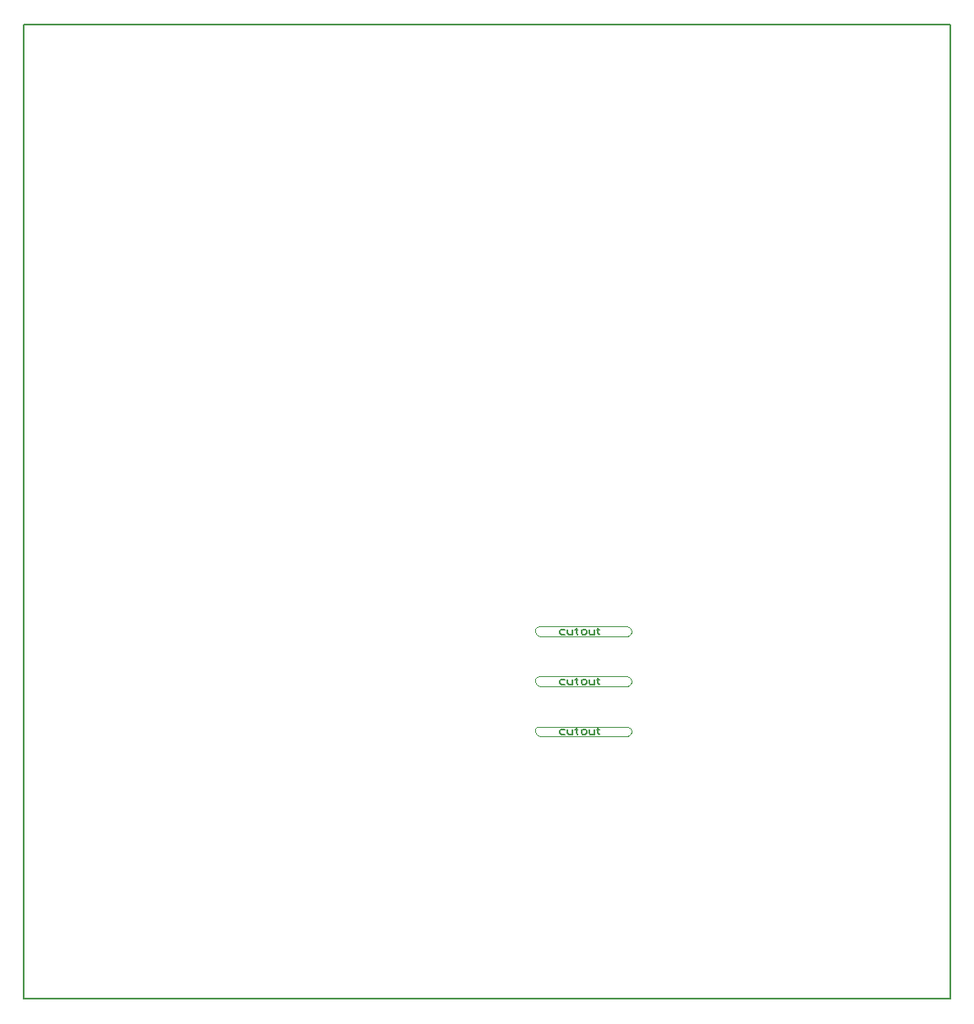
<source format=gm1>
G04*
G04 #@! TF.GenerationSoftware,Altium Limited,Altium Designer,19.0.12 (326)*
G04*
G04 Layer_Color=16711935*
%FSLAX25Y25*%
%MOIN*%
G70*
G01*
G75*
%ADD19C,0.00500*%
%ADD87C,0.00100*%
D19*
X158883Y583000D02*
X524000D01*
X158883Y199299D02*
X524000D01*
X524000Y583000D02*
X524000Y199299D01*
X158883D02*
Y583000D01*
X372299Y305499D02*
X370800D01*
X370300Y304999D01*
Y304000D01*
X370800Y303500D01*
X372299D01*
X373299Y305499D02*
Y304000D01*
X373799Y303500D01*
X375298D01*
Y305499D01*
X376798Y305999D02*
Y305499D01*
X376298D01*
X377298D01*
X376798D01*
Y304000D01*
X377298Y303500D01*
X379297D02*
X380297D01*
X380797Y304000D01*
Y304999D01*
X380297Y305499D01*
X379297D01*
X378797Y304999D01*
Y304000D01*
X379297Y303500D01*
X381796Y305499D02*
Y304000D01*
X382296Y303500D01*
X383796D01*
Y305499D01*
X385295Y305999D02*
Y305499D01*
X384795D01*
X385795D01*
X385295D01*
Y304000D01*
X385795Y303500D01*
X372299Y325199D02*
X370800D01*
X370300Y324699D01*
Y323700D01*
X370800Y323200D01*
X372299D01*
X373299Y325199D02*
Y323700D01*
X373799Y323200D01*
X375298D01*
Y325199D01*
X376798Y325699D02*
Y325199D01*
X376298D01*
X377298D01*
X376798D01*
Y323700D01*
X377298Y323200D01*
X379297D02*
X380297D01*
X380797Y323700D01*
Y324699D01*
X380297Y325199D01*
X379297D01*
X378797Y324699D01*
Y323700D01*
X379297Y323200D01*
X381796Y325199D02*
Y323700D01*
X382296Y323200D01*
X383796D01*
Y325199D01*
X385295Y325699D02*
Y325199D01*
X384795D01*
X385795D01*
X385295D01*
Y323700D01*
X385795Y323200D01*
X372299Y344899D02*
X370800D01*
X370300Y344399D01*
Y343400D01*
X370800Y342900D01*
X372299D01*
X373299Y344899D02*
Y343400D01*
X373799Y342900D01*
X375298D01*
Y344899D01*
X376798Y345399D02*
Y344899D01*
X376298D01*
X377298D01*
X376798D01*
Y343400D01*
X377298Y342900D01*
X379297D02*
X380297D01*
X380797Y343400D01*
Y344399D01*
X380297Y344899D01*
X379297D01*
X378797Y344399D01*
Y343400D01*
X379297Y342900D01*
X381796Y344899D02*
Y343400D01*
X382296Y342900D01*
X383796D01*
Y344899D01*
X385295Y345399D02*
Y344899D01*
X384795D01*
X385795D01*
X385295D01*
Y343400D01*
X385795Y342900D01*
D87*
X398400Y305100D02*
X397961Y306161D01*
X396900Y306600D01*
X396700Y302800D02*
X397550Y303028D01*
X398172Y303650D01*
X398400Y304500D01*
X360400Y304800D02*
X360668Y303800D01*
X361400Y303068D01*
X362400Y302800D01*
X362200Y306600D02*
X361300Y306359D01*
X360641Y305700D01*
X360400Y304800D01*
X398400Y324800D02*
X397961Y325861D01*
X396900Y326300D01*
X396700Y322500D02*
X397550Y322728D01*
X398172Y323350D01*
X398400Y324200D01*
X360400Y324500D02*
X360668Y323500D01*
X361400Y322768D01*
X362400Y322500D01*
X362200Y326300D02*
X361300Y326059D01*
X360641Y325400D01*
X360400Y324500D01*
X362200Y346000D02*
X361300Y345759D01*
X360641Y345100D01*
X360400Y344200D01*
X360668Y343200D01*
X361400Y342468D01*
X362400Y342200D01*
X396700D02*
X397550Y342428D01*
X398172Y343050D01*
X398400Y343900D01*
Y344500D02*
X397961Y345561D01*
X396900Y346000D01*
X362200Y306600D02*
X396900D01*
X398400Y304500D02*
Y305100D01*
X362400Y302800D02*
X396700D01*
X362200Y326300D02*
X396900D01*
X398400Y324200D02*
Y324800D01*
X362400Y322500D02*
X396700D01*
X362400Y342200D02*
X396700D01*
X398400Y343900D02*
Y344500D01*
X362200Y346000D02*
X396900D01*
M02*

</source>
